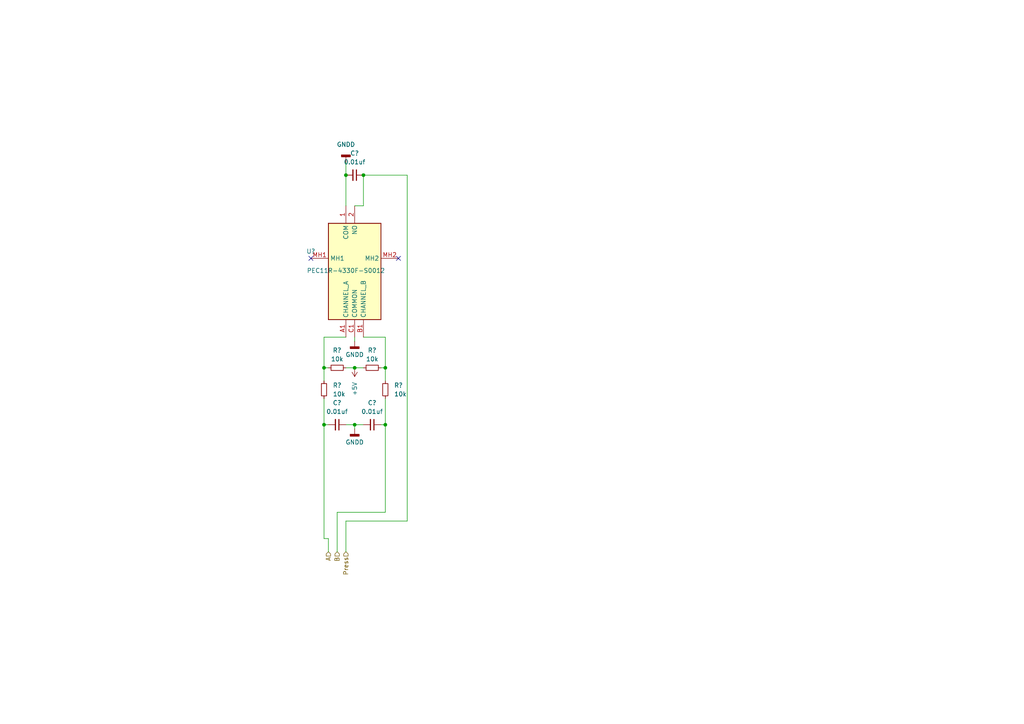
<source format=kicad_sch>
(kicad_sch (version 20231120) (generator "eeschema") (generator_version "8.0")
  (paper "A4")
  (lib_symbols
    (symbol "Device:C_Small" (pin_numbers hide) (pin_names (offset 0.254) hide)
      (property "Reference" "C" (at 0.254 1.778 0))
      (property "Value" "C_Small" (at 0.254 -2.032 0))
      (symbol "C_Small_0_1"
        (polyline (pts (xy -1.524 -0.508) (xy 1.524 -0.508)) (stroke (width 0.3302)))
        (polyline (pts (xy -1.524 0.508) (xy 1.524 0.508)) (stroke (width 0.3048)))
      )
      (symbol "C_Small_1_1"
        (pin passive line (at 0 2.54 270) (length 2.032) (name "~") (number "1"))
        (pin passive line (at 0 -2.54 90) (length 2.032) (name "~") (number "2"))
      )
    )
    (symbol "Device:R_Small" (pin_numbers hide) (pin_names (offset 0.254) hide)
      (property "Reference" "R" (at 0.762 0.508 0))
      (property "Value" "R_Small" (at 0.762 -1.016 0))
      (symbol "R_Small_0_1"
        (rectangle (start -0.762 1.778) (end 0.762 -1.778) (stroke (width 0.2032)))
      )
      (symbol "R_Small_1_1"
        (pin passive line (at 0 2.54 270) (length 0.762) (name "~") (number "1"))
        (pin passive line (at 0 -2.54 90) (length 0.762) (name "~") (number "2"))
      )
    )
    (symbol "Samacsys_kicad_sym:PEC11R-4330F-S0012"
      (property "Reference" "U" (at 21.59 15.24 0))
      (property "Value" "PEC11R-4330F-S0012" (at 21.59 12.7 0))
      (symbol "PEC11R-4330F-S0012_1_1"
        (rectangle (start 5.08 10.16) (end 20.32 -17.78) (stroke (width 0.254)) (fill (type background)))
        (pin passive line (at 10.16 15.24 270) (length 5.08) (name "COM") (number "1"))
        (pin passive line (at 12.7 15.24 270) (length 5.08) (name "NO") (number "2"))
        (pin passive line (at 10.16 -22.86 90) (length 5.08) (name "CHANNEL_A") (number "A1"))
        (pin passive line (at 15.24 -22.86 90) (length 5.08) (name "CHANNEL_B") (number "B1"))
        (pin passive line (at 12.7 -22.86 90) (length 5.08) (name "COMMON") (number "C1"))
        (pin passive line (at 0 0 0) (length 5.08) (name "MH1") (number "MH1"))
        (pin passive line (at 25.4 0 180) (length 5.08) (name "MH2") (number "MH2"))
      )
    )
    (symbol "power:+5V" (power) (pin_numbers hide) (pin_names (offset 0) hide)
      (property "Value" "+5V" (at 0 3.556 0))
      (symbol "+5V_0_1"
        (polyline (pts (xy -0.762 1.27) (xy 0 2.54)))
        (polyline (pts (xy 0 0) (xy 0 2.54)))
        (polyline (pts (xy 0 2.54) (xy 0.762 1.27)))
      )
      (symbol "+5V_1_1"
        (pin power_in line (at 0 0 90) (length 0) (name "~") (number "1"))
      )
    )
    (symbol "power:GNDD" (power) (pin_numbers hide) (pin_names (offset 0) hide)
      (property "Value" "GNDD" (at 0 -3.175 0))
      (symbol "GNDD_0_1"
        (rectangle (start -1.27 -1.524) (end 1.27 -2.032) (stroke (width 0.254)) (fill (type outline)))
        (polyline (pts (xy 0 0) (xy 0 -1.524)))
      )
      (symbol "GNDD_1_1"
        (pin power_in line (at 0 0 270) (length 0) (name "~") (number "1"))
      )
    )
  )
  (junction (at 111.76 123.19))
  (junction (at 105.41 50.8))
  (junction (at 102.87 123.19))
  (junction (at 111.76 106.68))
  (junction (at 93.98 106.68))
  (junction (at 93.98 123.19))
  (junction (at 102.87 106.68))
  (junction (at 100.33 50.8))
  (no_connect (at 115.57 74.93))
  (no_connect (at 90.17 74.93))
  (wire (pts (xy 111.76 97.79) (xy 111.76 106.68)))
  (wire (pts (xy 93.98 123.19) (xy 95.25 123.19)))
  (wire (pts (xy 102.87 123.19) (xy 102.87 124.46)))
  (wire (pts (xy 105.41 123.19) (xy 102.87 123.19)))
  (wire (pts (xy 100.33 123.19) (xy 102.87 123.19)))
  (wire (pts (xy 111.76 123.19) (xy 111.76 148.59)))
  (wire (pts (xy 102.87 106.68) (xy 105.41 106.68)))
  (wire (pts (xy 111.76 106.68) (xy 111.76 110.49)))
  (wire (pts (xy 110.49 106.68) (xy 111.76 106.68)))
  (wire (pts (xy 93.98 106.68) (xy 93.98 110.49)))
  (wire (pts (xy 100.33 106.68) (xy 102.87 106.68)))
  (wire (pts (xy 97.79 148.59) (xy 97.79 160.02)))
  (wire (pts (xy 93.98 156.21) (xy 95.25 156.21)))
  (wire (pts (xy 100.33 151.13) (xy 118.11 151.13)))
  (wire (pts (xy 111.76 115.57) (xy 111.76 123.19)))
  (wire (pts (xy 111.76 123.19) (xy 110.49 123.19)))
  (wire (pts (xy 100.33 97.79) (xy 93.98 97.79)))
  (wire (pts (xy 105.41 59.69) (xy 105.41 50.8)))
  (wire (pts (xy 93.98 106.68) (xy 95.25 106.68)))
  (wire (pts (xy 102.87 59.69) (xy 105.41 59.69)))
  (wire (pts (xy 105.41 97.79) (xy 111.76 97.79)))
  (wire (pts (xy 118.11 50.8) (xy 118.11 151.13)))
  (wire (pts (xy 105.41 50.8) (xy 118.11 50.8)))
  (wire (pts (xy 100.33 151.13) (xy 100.33 160.02)))
  (wire (pts (xy 95.25 156.21) (xy 95.25 160.02)))
  (wire (pts (xy 97.79 148.59) (xy 111.76 148.59)))
  (wire (pts (xy 93.98 123.19) (xy 93.98 156.21)))
  (wire (pts (xy 93.98 97.79) (xy 93.98 106.68)))
  (wire (pts (xy 100.33 46.99) (xy 100.33 50.8)))
  (wire (pts (xy 93.98 115.57) (xy 93.98 123.19)))
  (wire (pts (xy 102.87 97.79) (xy 102.87 99.06)))
  (wire (pts (xy 100.33 50.8) (xy 100.33 59.69)))
  (hierarchical_label "B" (shape input) (at 97.79 160.02 270))
  (hierarchical_label "Press" (shape input) (at 100.33 160.02 270))
  (hierarchical_label "A" (shape input) (at 95.25 160.02 270))
  (symbol (lib_id "power:GNDD") (at 100.33 46.99 180) (unit 1)
    (property "Reference" "#PWR033" (effects (hide yes)))
    (property "Value" "GNDD" (at 100.33 41.91 0))
    (property "Description" "Power symbol creates a global label with name \"GNDD\" , digital ground" (effects (hide yes)))
  )
  (symbol (lib_id "Device:C_Small") (at 97.79 123.19 270) (unit 1)
    (property "Reference" "C?" (at 97.7836 116.84 90))
    (property "Value" "0.01uf" (at 97.7836 119.38 90))
    (property "Footprint" "Capacitor_SMD:C_1206_3216Metric" (effects (hide yes)))
    (property "Description" "Unpolarized capacitor, small symbol" (effects (hide yes)))
  )
  (symbol (lib_id "Device:C_Small") (at 107.95 123.19 270) (unit 1)
    (property "Reference" "C?" (at 107.9436 116.84 90))
    (property "Value" "0.01uf" (at 107.9436 119.38 90))
    (property "Footprint" "Capacitor_SMD:C_1206_3216Metric" (effects (hide yes)))
    (property "Description" "Unpolarized capacitor, small symbol" (effects (hide yes)))
  )
  (symbol (lib_id "Device:R_Small") (at 97.79 106.68 90) (unit 1)
    (property "Reference" "R?" (at 97.79 101.6 90))
    (property "Value" "10k" (at 97.79 104.14 90))
    (property "Footprint" "Resistor_SMD:R_1206_3216Metric" (effects (hide yes)))
    (property "Description" "Resistor, small symbol" (effects (hide yes)))
  )
  (symbol (lib_id "Device:C_Small") (at 102.87 50.8 270) (unit 1)
    (property "Reference" "C?" (at 102.8636 44.45 90))
    (property "Value" "0.01uf" (at 102.8636 46.99 90))
    (property "Footprint" "Capacitor_SMD:C_1206_3216Metric" (effects (hide yes)))
    (property "Description" "Unpolarized capacitor, small symbol" (effects (hide yes)))
  )
  (symbol (lib_id "power:+5V") (at 102.87 106.68 180) (unit 1)
    (property "Reference" "#PWR035" (effects (hide yes)))
    (property "Value" "+5V" (at 102.87 110.744 90) (effects (justify left)))
    (property "Description" "Power symbol creates a global label with name \"+5V\"" (effects (hide yes)))
  )
  (symbol (lib_id "Device:R_Small") (at 107.95 106.68 90) (unit 1)
    (property "Reference" "R?" (at 107.95 101.6 90))
    (property "Value" "10k" (at 107.95 104.14 90))
    (property "Footprint" "Resistor_SMD:R_1206_3216Metric" (effects (hide yes)))
    (property "Description" "Resistor, small symbol" (effects (hide yes)))
  )
  (symbol (lib_id "power:GNDD") (at 102.87 99.06 0) (unit 1)
    (property "Reference" "#PWR034" (effects (hide yes)))
    (property "Value" "GNDD" (at 102.87 102.87 0))
    (property "Description" "Power symbol creates a global label with name \"GNDD\" , digital ground" (effects (hide yes)))
  )
  (symbol (lib_id "Device:R_Small") (at 111.76 113.03 0) (unit 1)
    (property "Reference" "R?" (at 114.3 111.7599 0) (effects (justify left)))
    (property "Value" "10k" (at 114.3 114.2999 0) (effects (justify left)))
    (property "Footprint" "Resistor_SMD:R_1206_3216Metric" (effects (hide yes)))
    (property "Description" "Resistor, small symbol" (effects (hide yes)))
  )
  (symbol (lib_id "power:GNDD") (at 102.87 124.46 0) (unit 1)
    (property "Reference" "#PWR036" (effects (hide yes)))
    (property "Value" "GNDD" (at 102.87 128.27 0))
    (property "Description" "Power symbol creates a global label with name \"GNDD\" , digital ground" (effects (hide yes)))
  )
  (symbol (lib_id "Device:R_Small") (at 93.98 113.03 0) (unit 1)
    (property "Reference" "R?" (at 96.52 111.7599 0) (effects (justify left)))
    (property "Value" "10k" (at 96.52 114.2999 0) (effects (justify left)))
    (property "Footprint" "Resistor_SMD:R_1206_3216Metric" (effects (hide yes)))
    (property "Description" "Resistor, small symbol" (effects (hide yes)))
  )
  (symbol (lib_id "Samacsys_kicad_sym:PEC11R-4330F-S0012") (at 90.17 74.93 0) (unit 1)
    (property "Reference" "U?" (at 90.17 72.898 0))
    (property "Value" "PEC11R-4330F-S0012" (at 100.33 78.486 0))
    (property "Footprint" "Samacsys:PEC11R4330FS0012" (effects (hide yes)))
    (property "Datasheet" "https://www.bourns.com/docs/Product-Datasheets/PEC11R.pdf" (effects (hide yes)))
    (property "Description" "ROTARY ENCODER MECHANICAL 12PPR" (effects (hide yes)))
    (property "Height" "36.5" (effects (hide yes)))
    (property "Mouser Part Number" "652-PEC11R4330FS0012" (effects (hide yes)))
    (property "Mouser Price/Stock" "https://www.mouser.co.uk/ProductDetail/Bourns/PEC11R-4330F-S0012?qs=%252B9%2Fcbd0IE0RCHTG2%2FQqLhg%3D%3D" (effects (hide yes)))
    (property "Manufacturer_Name" "Bourns" (effects (hide yes)))
    (property "Manufacturer_Part_Number" "PEC11R-4330F-S0012" (effects (hide yes)))
  )
)
</source>
